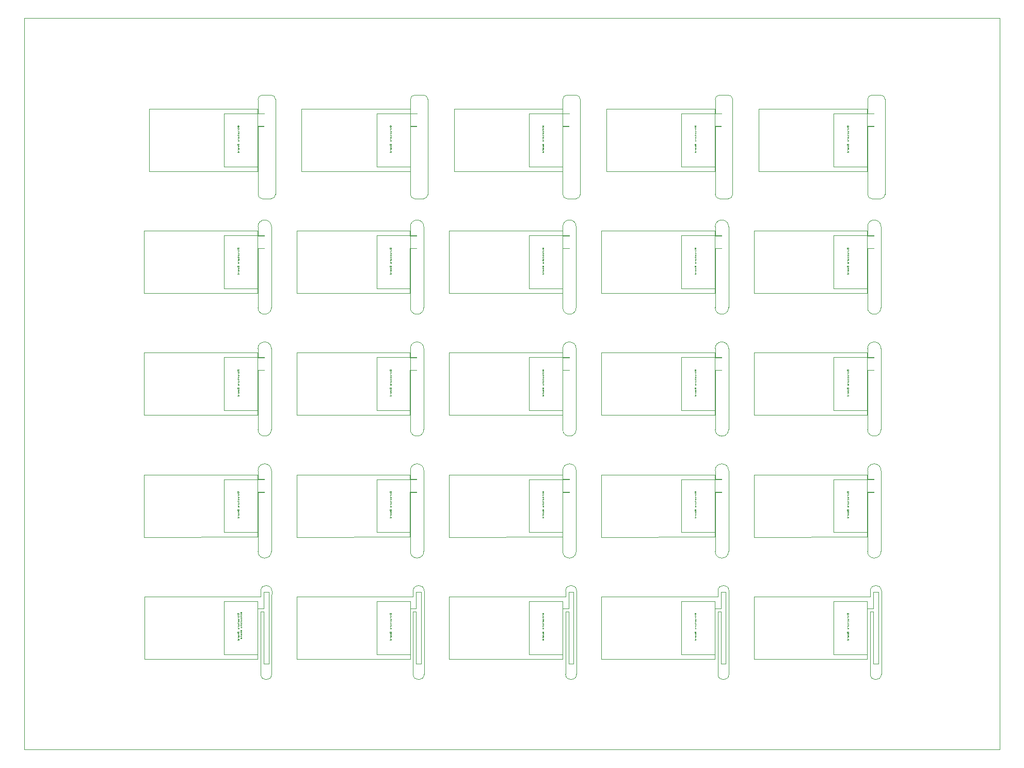
<source format=gbr>
G04 EasyPC Gerber Version 20.0.2 Build 4112 *
G04 #@! TF.Part,Single*
%FSLAX35Y35*%
%MOIN*%
%ADD11C,0.00004*%
%ADD10C,0.00039*%
%ADD14C,0.00079*%
%ADD12C,0.00157*%
X0Y0D02*
D02*
D10*
X150690Y95892D02*
Y61640D01*
X129037*
Y95892*
X150690*
Y174632D02*
Y140380D01*
X129037*
Y174632*
X150690*
Y253372D02*
Y219120D01*
X129037*
Y253372*
X150690*
Y332112D02*
Y297860D01*
X129037*
Y332112*
X150690*
Y410852D02*
Y376600D01*
X129037*
Y410852*
X150690*
X249115Y95892D02*
Y61640D01*
X227462*
Y95892*
X249115*
Y174632D02*
Y140380D01*
X227462*
Y174632*
X249115*
Y253372D02*
Y219120D01*
X227462*
Y253372*
X249115*
Y332112D02*
Y297860D01*
X227462*
Y332112*
X249115*
Y410852D02*
Y376600D01*
X227462*
Y410852*
X249115*
X347541Y95892D02*
Y61640D01*
X325887*
Y95892*
X347541*
Y174632D02*
Y140380D01*
X325887*
Y174632*
X347541*
Y253372D02*
Y219120D01*
X325887*
Y253372*
X347541*
Y332112D02*
Y297860D01*
X325887*
Y332112*
X347541*
Y410852D02*
Y376600D01*
X325887*
Y410852*
X347541*
X445966Y95892D02*
Y61640D01*
X424312*
Y95892*
X445966*
Y174632D02*
Y140380D01*
X424312*
Y174632*
X445966*
Y253372D02*
Y219120D01*
X424312*
Y253372*
X445966*
Y332112D02*
Y297860D01*
X424312*
Y332112*
X445966*
Y410852D02*
Y376600D01*
X424312*
Y410852*
X445966*
X544391Y95892D02*
Y61640D01*
X522737*
Y95892*
X544391*
Y174632D02*
Y140380D01*
X522737*
Y174632*
X544391*
Y253372D02*
Y219120D01*
X522737*
Y253372*
X544391*
Y332112D02*
Y297860D01*
X522737*
Y332112*
X544391*
Y410852D02*
Y376600D01*
X522737*
Y410852*
X544391*
D02*
D11*
X77413Y137346D02*
Y177665D01*
X147432Y177673*
X150637Y177665*
Y174520*
X154972*
Y174720*
X150838*
Y180287*
G75*
G02X159503I4333*
G01*
Y128102*
G75*
G02X150838I-4333*
G01*
Y166299*
X154972*
Y166500*
X150637*
Y137362*
X77413Y137346*
Y216087D02*
Y256406D01*
X147432Y256413*
X150637Y256406*
Y253260*
X154972*
Y253461*
X150838*
Y259028*
G75*
G02X159503I4333*
G01*
Y206843*
G75*
G02X150838I-4333*
G01*
Y245039*
X154972*
Y245240*
X150637*
Y216102*
X77413Y216087*
Y294827D02*
Y335146D01*
X147432Y335154*
X150637Y335146*
Y332000*
X154972*
Y332201*
X150838*
Y337768*
G75*
G02X159503I4333*
G01*
Y285583*
G75*
G02X150838I-4333*
G01*
Y323780*
X154972*
Y323980*
X150637*
Y294843*
X77413Y294827*
X77436Y58622D02*
X150669D01*
Y91335*
X154613*
Y101925*
X157755*
Y55622*
X154613*
Y89331*
X152641*
Y48764*
G75*
G03X159724I3541*
G01*
Y97815*
X159771Y102543*
G75*
G03X152641I-3565*
G01*
Y98961*
X77417*
X77436Y98941*
Y58622*
X80602Y373583D02*
Y413898D01*
X150684Y413925*
Y410772*
X155019*
Y410972*
X150881*
Y419996*
G75*
G02X153669Y422783I2787*
G01*
X159363*
G75*
G02X162106Y420041J-2743*
G01*
Y358581*
G75*
G02X159374Y355850I-2731*
G01*
X153654*
G75*
G02X150881Y358623J2773*
G01*
Y402551*
X154731*
Y402752*
X150684*
Y373614*
X80602Y373583*
X175838Y137346D02*
Y177665D01*
X245857Y177673*
X249062Y177665*
Y174520*
X253397*
Y174720*
X249263*
Y180287*
G75*
G02X257928I4333*
G01*
Y128102*
G75*
G02X249263I-4333*
G01*
Y166299*
X253397*
Y166500*
X249062*
Y137362*
X175838Y137346*
Y216087D02*
Y256406D01*
X245857Y256413*
X249062Y256406*
Y253260*
X253397*
Y253461*
X249263*
Y259028*
G75*
G02X257928I4333*
G01*
Y206843*
G75*
G02X249263I-4333*
G01*
Y245039*
X253397*
Y245240*
X249062*
Y216102*
X175838Y216087*
Y294827D02*
Y335146D01*
X245857Y335154*
X249062Y335146*
Y332000*
X253397*
Y332201*
X249263*
Y337768*
G75*
G02X257928I4333*
G01*
Y285583*
G75*
G02X249263I-4333*
G01*
Y323780*
X253397*
Y323980*
X249062*
Y294843*
X175838Y294827*
X175861Y58622D02*
X249094D01*
Y91335*
X253039*
Y101925*
X256180*
Y55622*
X253039*
Y89331*
X251066*
Y48764*
G75*
G03X258149I3541*
G01*
Y97815*
X258196Y102543*
G75*
G03X251066I-3565*
G01*
Y98961*
X175842*
X175861Y98941*
Y58622*
X179027Y373583D02*
Y413898D01*
X249109Y413925*
Y410772*
X253444*
Y410972*
X249306*
Y419996*
G75*
G02X252094Y422783I2787*
G01*
X257788*
G75*
G02X260531Y420041J-2743*
G01*
Y358581*
G75*
G02X257800Y355850I-2731*
G01*
X252079*
G75*
G02X249306Y358623J2773*
G01*
Y402551*
X253157*
Y402752*
X249109*
Y373614*
X179027Y373583*
X274263Y137346D02*
Y177665D01*
X344283Y177673*
X347487Y177665*
Y174520*
X351822*
Y174720*
X347688*
Y180287*
G75*
G02X356354I4333*
G01*
Y128102*
G75*
G02X347688I-4333*
G01*
Y166299*
X351822*
Y166500*
X347487*
Y137362*
X274263Y137346*
Y216087D02*
Y256406D01*
X344283Y256413*
X347487Y256406*
Y253260*
X351822*
Y253461*
X347688*
Y259028*
G75*
G02X356354I4333*
G01*
Y206843*
G75*
G02X347688I-4333*
G01*
Y245039*
X351822*
Y245240*
X347487*
Y216102*
X274263Y216087*
Y294827D02*
Y335146D01*
X344283Y335154*
X347487Y335146*
Y332000*
X351822*
Y332201*
X347688*
Y337768*
G75*
G02X356354I4333*
G01*
Y285583*
G75*
G02X347688I-4333*
G01*
Y323780*
X351822*
Y323980*
X347487*
Y294843*
X274263Y294827*
X274287Y58622D02*
X347519D01*
Y91335*
X351464*
Y101925*
X354606*
Y55622*
X351464*
Y89331*
X349491*
Y48764*
G75*
G03X356574I3541*
G01*
Y97815*
X356621Y102543*
G75*
G03X349491I-3565*
G01*
Y98961*
X274267*
X274287Y98941*
Y58622*
X277452Y373583D02*
Y413898D01*
X347535Y413925*
Y410772*
X351869*
Y410972*
X347731*
Y419996*
G75*
G02X350519Y422783I2787*
G01*
X356213*
G75*
G02X358956Y420041J-2743*
G01*
Y358581*
G75*
G02X356225Y355850I-2731*
G01*
X350504*
G75*
G02X347731Y358623J2773*
G01*
Y402551*
X351582*
Y402752*
X347535*
Y373614*
X277452Y373583*
X372688Y137346D02*
Y177665D01*
X442708Y177673*
X445913Y177665*
Y174520*
X450247*
Y174720*
X446113*
Y180287*
G75*
G02X454779I4333*
G01*
Y128102*
G75*
G02X446113I-4333*
G01*
Y166299*
X450247*
Y166500*
X445913*
Y137362*
X372688Y137346*
Y216087D02*
Y256406D01*
X442708Y256413*
X445913Y256406*
Y253260*
X450247*
Y253461*
X446113*
Y259028*
G75*
G02X454779I4333*
G01*
Y206843*
G75*
G02X446113I-4333*
G01*
Y245039*
X450247*
Y245240*
X445913*
Y216102*
X372688Y216087*
Y294827D02*
Y335146D01*
X442708Y335154*
X445913Y335146*
Y332000*
X450247*
Y332201*
X446113*
Y337768*
G75*
G02X454779I4333*
G01*
Y285583*
G75*
G02X446113I-4333*
G01*
Y323780*
X450247*
Y323980*
X445913*
Y294843*
X372688Y294827*
X372712Y58622D02*
X445944D01*
Y91335*
X449889*
Y101925*
X453031*
Y55622*
X449889*
Y89331*
X447917*
Y48764*
G75*
G03X454999I3541*
G01*
Y97815*
X455046Y102543*
G75*
G03X447917I-3565*
G01*
Y98961*
X372692*
X372712Y98941*
Y58622*
X375877Y373583D02*
Y413898D01*
X445960Y413925*
Y410772*
X450294*
Y410972*
X446157*
Y419996*
G75*
G02X448944Y422783I2787*
G01*
X454638*
G75*
G02X457381Y420041J-2743*
G01*
Y358581*
G75*
G02X454650Y355850I-2731*
G01*
X448930*
G75*
G02X446157Y358623J2773*
G01*
Y402551*
X450007*
Y402752*
X445960*
Y373614*
X375877Y373583*
X471113Y137346D02*
Y177665D01*
X541133Y177673*
X544338Y177665*
Y174520*
X548672*
Y174720*
X544539*
Y180287*
G75*
G02X553204I4333*
G01*
Y128102*
G75*
G02X544539I-4333*
G01*
Y166299*
X548672*
Y166500*
X544338*
Y137362*
X471113Y137346*
Y216087D02*
Y256406D01*
X541133Y256413*
X544338Y256406*
Y253260*
X548672*
Y253461*
X544539*
Y259028*
G75*
G02X553204I4333*
G01*
Y206843*
G75*
G02X544539I-4333*
G01*
Y245039*
X548672*
Y245240*
X544338*
Y216102*
X471113Y216087*
Y294827D02*
Y335146D01*
X541133Y335154*
X544338Y335146*
Y332000*
X548672*
Y332201*
X544539*
Y337768*
G75*
G02X553204I4333*
G01*
Y285583*
G75*
G02X544539I-4333*
G01*
Y323780*
X548672*
Y323980*
X544338*
Y294843*
X471113Y294827*
X471137Y58622D02*
X544369D01*
Y91335*
X548314*
Y101925*
X551456*
Y55622*
X548314*
Y89331*
X546342*
Y48764*
G75*
G03X553424I3541*
G01*
Y97815*
X553472Y102543*
G75*
G03X546342I-3565*
G01*
Y98961*
X471117*
X471137Y98941*
Y58622*
X474302Y373583D02*
Y413898D01*
X544385Y413925*
Y410772*
X548720*
Y410972*
X544582*
Y419996*
G75*
G02X547369Y422783I2787*
G01*
X553063*
G75*
G02X555806Y420041J-2743*
G01*
Y358581*
G75*
G02X553075Y355850I-2731*
G01*
X547355*
G75*
G02X544582Y358623J2773*
G01*
Y402551*
X548432*
Y402752*
X544385*
Y373614*
X474302Y373583*
D02*
D12*
X138237Y88110D02*
X138385Y88036D01*
X138459Y87889*
Y87593*
X138385Y87446*
X138237Y87372*
X138090Y87446*
X138016Y87593*
Y87889*
X137942Y88036*
X137794Y88110*
X137647Y88036*
X137573Y87889*
Y87593*
X137647Y87446*
X137794Y87372*
X137868Y86781D02*
Y86486D01*
X137720Y86634D02*
X138385D01*
X138459Y86560*
Y86486*
X138385Y86412*
X138459Y85748D02*
X137868D01*
X138090D02*
X137942Y85674D01*
X137868Y85526*
Y85379*
X137942Y85231*
X137868Y84567D02*
X138237D01*
X138385Y84493*
X138459Y84345*
Y84198*
X138385Y84050*
X138237Y83976*
X137868D02*
X138459D01*
X137942Y82795D02*
X137868Y82943D01*
Y83164*
X137942Y83312*
X138090Y83386*
X138237*
X138385Y83312*
X138459Y83164*
Y82943*
X138385Y82795*
X137868Y82057D02*
Y81762D01*
X137720Y81909D02*
X138385D01*
X138459Y81835*
Y81762*
X138385Y81688*
X137868Y81024D02*
X138237D01*
X138385Y80950*
X138459Y80802*
Y80654*
X138385Y80507*
X138237Y80433*
X137868D02*
X138459D01*
Y79843D02*
X137868D01*
X138090D02*
X137942Y79769D01*
X137868Y79621*
Y79473*
X137942Y79326*
X138385Y78071D02*
X138459Y78144D01*
Y78292*
Y78440*
X138385Y78587*
X138237Y78661*
X138016*
X137942Y78587*
X137868Y78440*
Y78292*
X137942Y78144*
X138016Y78071*
X138090*
X138163Y78144*
X138237Y78292*
Y78440*
X138163Y78587*
X138090Y78661*
X138016Y75782D02*
X138090Y75635D01*
X138237Y75561*
X138385Y75635*
X138459Y75782*
Y76299*
X137573*
Y75782*
X137647Y75635*
X137794Y75561*
X137942Y75635*
X138016Y75782*
Y76299*
X138237Y75118D02*
X138385Y75044D01*
X138459Y74896*
Y74749*
X138385Y74601*
X138237Y74528*
X138090*
X137942Y74601*
X137868Y74749*
Y74896*
X137942Y75044*
X138090Y75118*
X138237*
X137942Y73937D02*
X137868Y73789D01*
Y73568*
X137942Y73420*
X138090Y73346*
X138311*
X138385Y73420*
X138459Y73568*
Y73715*
X138385Y73863*
X138311Y73937*
X138237*
X138163Y73863*
X138090Y73715*
Y73568*
X138163Y73420*
X138237Y73346*
X138311D02*
X138459D01*
Y72756D02*
X137868D01*
X138090D02*
X137942Y72682D01*
X137868Y72534*
Y72387*
X137942Y72239*
X138090Y70984D02*
X137942Y71058D01*
X137868Y71206*
Y71353*
X137942Y71501*
X138090Y71575*
X138237*
X138385Y71501*
X138459Y71353*
Y71206*
X138385Y71058*
X138237Y70984*
X138459D02*
X137573D01*
X138237Y166850D02*
X138385Y166776D01*
X138459Y166629*
Y166333*
X138385Y166186*
X138237Y166112*
X138090Y166186*
X138016Y166333*
Y166629*
X137942Y166776*
X137794Y166850*
X137647Y166776*
X137573Y166629*
Y166333*
X137647Y166186*
X137794Y166112*
X137868Y165522D02*
Y165226D01*
X137720Y165374D02*
X138385D01*
X138459Y165300*
Y165226*
X138385Y165152*
X138459Y164488D02*
X137868D01*
X138090D02*
X137942Y164414D01*
X137868Y164267*
Y164119*
X137942Y163971*
X137868Y163307D02*
X138237D01*
X138385Y163233*
X138459Y163085*
Y162938*
X138385Y162790*
X138237Y162717*
X137868D02*
X138459D01*
X137942Y161535D02*
X137868Y161683D01*
Y161904*
X137942Y162052*
X138090Y162126*
X138237*
X138385Y162052*
X138459Y161904*
Y161683*
X138385Y161535*
X137868Y160797D02*
Y160502D01*
X137720Y160650D02*
X138385D01*
X138459Y160576*
Y160502*
X138385Y160428*
X137868Y159764D02*
X138237D01*
X138385Y159690*
X138459Y159542*
Y159394*
X138385Y159247*
X138237Y159173*
X137868D02*
X138459D01*
Y158583D02*
X137868D01*
X138090D02*
X137942Y158509D01*
X137868Y158361*
Y158213*
X137942Y158066*
X138385Y156811D02*
X138459Y156885D01*
Y157032*
Y157180*
X138385Y157328*
X138237Y157402*
X138016*
X137942Y157328*
X137868Y157180*
Y157032*
X137942Y156885*
X138016Y156811*
X138090*
X138163Y156885*
X138237Y157032*
Y157180*
X138163Y157328*
X138090Y157402*
X138016Y154522D02*
X138090Y154375D01*
X138237Y154301*
X138385Y154375*
X138459Y154522*
Y155039*
X137573*
Y154522*
X137647Y154375*
X137794Y154301*
X137942Y154375*
X138016Y154522*
Y155039*
X138237Y153858D02*
X138385Y153784D01*
X138459Y153637*
Y153489*
X138385Y153341*
X138237Y153268*
X138090*
X137942Y153341*
X137868Y153489*
Y153637*
X137942Y153784*
X138090Y153858*
X138237*
X137942Y152677D02*
X137868Y152530D01*
Y152308*
X137942Y152160*
X138090Y152087*
X138311*
X138385Y152160*
X138459Y152308*
Y152456*
X138385Y152603*
X138311Y152677*
X138237*
X138163Y152603*
X138090Y152456*
Y152308*
X138163Y152160*
X138237Y152087*
X138311D02*
X138459D01*
Y151496D02*
X137868D01*
X138090D02*
X137942Y151422D01*
X137868Y151274*
Y151127*
X137942Y150979*
X138090Y149724D02*
X137942Y149798D01*
X137868Y149946*
Y150093*
X137942Y150241*
X138090Y150315*
X138237*
X138385Y150241*
X138459Y150093*
Y149946*
X138385Y149798*
X138237Y149724*
X138459D02*
X137573D01*
X138237Y245591D02*
X138385Y245517D01*
X138459Y245369*
Y245074*
X138385Y244926*
X138237Y244852*
X138090Y244926*
X138016Y245074*
Y245369*
X137942Y245517*
X137794Y245591*
X137647Y245517*
X137573Y245369*
Y245074*
X137647Y244926*
X137794Y244852*
X137868Y244262D02*
Y243967D01*
X137720Y244114D02*
X138385D01*
X138459Y244040*
Y243967*
X138385Y243893*
X138459Y243228D02*
X137868D01*
X138090D02*
X137942Y243154D01*
X137868Y243007*
Y242859*
X137942Y242711*
X137868Y242047D02*
X138237D01*
X138385Y241973*
X138459Y241826*
Y241678*
X138385Y241530*
X138237Y241457*
X137868D02*
X138459D01*
X137942Y240276D02*
X137868Y240423D01*
Y240644*
X137942Y240792*
X138090Y240866*
X138237*
X138385Y240792*
X138459Y240644*
Y240423*
X138385Y240276*
X137868Y239537D02*
Y239242D01*
X137720Y239390D02*
X138385D01*
X138459Y239316*
Y239242*
X138385Y239168*
X137868Y238504D02*
X138237D01*
X138385Y238430*
X138459Y238282*
Y238135*
X138385Y237987*
X138237Y237913*
X137868D02*
X138459D01*
Y237323D02*
X137868D01*
X138090D02*
X137942Y237249D01*
X137868Y237101*
Y236954*
X137942Y236806*
X138385Y235551D02*
X138459Y235625D01*
Y235772*
Y235920*
X138385Y236068*
X138237Y236142*
X138016*
X137942Y236068*
X137868Y235920*
Y235772*
X137942Y235625*
X138016Y235551*
X138090*
X138163Y235625*
X138237Y235772*
Y235920*
X138163Y236068*
X138090Y236142*
X138016Y233263D02*
X138090Y233115D01*
X138237Y233041*
X138385Y233115*
X138459Y233263*
Y233780*
X137573*
Y233263*
X137647Y233115*
X137794Y233041*
X137942Y233115*
X138016Y233263*
Y233780*
X138237Y232598D02*
X138385Y232524D01*
X138459Y232377*
Y232229*
X138385Y232081*
X138237Y232008*
X138090*
X137942Y232081*
X137868Y232229*
Y232377*
X137942Y232524*
X138090Y232598*
X138237*
X137942Y231417D02*
X137868Y231270D01*
Y231048*
X137942Y230900*
X138090Y230827*
X138311*
X138385Y230900*
X138459Y231048*
Y231196*
X138385Y231343*
X138311Y231417*
X138237*
X138163Y231343*
X138090Y231196*
Y231048*
X138163Y230900*
X138237Y230827*
X138311D02*
X138459D01*
Y230236D02*
X137868D01*
X138090D02*
X137942Y230162D01*
X137868Y230015*
Y229867*
X137942Y229719*
X138090Y228465D02*
X137942Y228538D01*
X137868Y228686*
Y228833*
X137942Y228981*
X138090Y229055*
X138237*
X138385Y228981*
X138459Y228833*
Y228686*
X138385Y228538*
X138237Y228465*
X138459D02*
X137573D01*
X138237Y324331D02*
X138385Y324257D01*
X138459Y324109*
Y323814*
X138385Y323666*
X138237Y323593*
X138090Y323666*
X138016Y323814*
Y324109*
X137942Y324257*
X137794Y324331*
X137647Y324257*
X137573Y324109*
Y323814*
X137647Y323666*
X137794Y323593*
X137868Y323002D02*
Y322707D01*
X137720Y322854D02*
X138385D01*
X138459Y322780*
Y322707*
X138385Y322633*
X138459Y321969D02*
X137868D01*
X138090D02*
X137942Y321894D01*
X137868Y321747*
Y321599*
X137942Y321452*
X137868Y320787D02*
X138237D01*
X138385Y320713*
X138459Y320566*
Y320418*
X138385Y320270*
X138237Y320197*
X137868D02*
X138459D01*
X137942Y319016D02*
X137868Y319163D01*
Y319385*
X137942Y319532*
X138090Y319606*
X138237*
X138385Y319532*
X138459Y319385*
Y319163*
X138385Y319016*
X137868Y318278D02*
Y317982D01*
X137720Y318130D02*
X138385D01*
X138459Y318056*
Y317982*
X138385Y317908*
X137868Y317244D02*
X138237D01*
X138385Y317170*
X138459Y317022*
Y316875*
X138385Y316727*
X138237Y316654*
X137868D02*
X138459D01*
Y316063D02*
X137868D01*
X138090D02*
X137942Y315989D01*
X137868Y315841*
Y315694*
X137942Y315546*
X138385Y314291D02*
X138459Y314365D01*
Y314513*
Y314660*
X138385Y314808*
X138237Y314882*
X138016*
X137942Y314808*
X137868Y314660*
Y314513*
X137942Y314365*
X138016Y314291*
X138090*
X138163Y314365*
X138237Y314513*
Y314660*
X138163Y314808*
X138090Y314882*
X138016Y312003D02*
X138090Y311855D01*
X138237Y311781*
X138385Y311855*
X138459Y312003*
Y312520*
X137573*
Y312003*
X137647Y311855*
X137794Y311781*
X137942Y311855*
X138016Y312003*
Y312520*
X138237Y311339D02*
X138385Y311265D01*
X138459Y311117*
Y310969*
X138385Y310822*
X138237Y310748*
X138090*
X137942Y310822*
X137868Y310969*
Y311117*
X137942Y311265*
X138090Y311339*
X138237*
X137942Y310157D02*
X137868Y310010D01*
Y309788*
X137942Y309641*
X138090Y309567*
X138311*
X138385Y309641*
X138459Y309788*
Y309936*
X138385Y310083*
X138311Y310157*
X138237*
X138163Y310083*
X138090Y309936*
Y309788*
X138163Y309641*
X138237Y309567*
X138311D02*
X138459D01*
Y308976D02*
X137868D01*
X138090D02*
X137942Y308902D01*
X137868Y308755*
Y308607*
X137942Y308459*
X138090Y307205D02*
X137942Y307278D01*
X137868Y307426*
Y307574*
X137942Y307721*
X138090Y307795*
X138237*
X138385Y307721*
X138459Y307574*
Y307426*
X138385Y307278*
X138237Y307205*
X138459D02*
X137573D01*
X138237Y403071D02*
X138385Y402997D01*
X138459Y402849*
Y402554*
X138385Y402406*
X138237Y402333*
X138090Y402406*
X138016Y402554*
Y402849*
X137942Y402997*
X137794Y403071*
X137647Y402997*
X137573Y402849*
Y402554*
X137647Y402406*
X137794Y402333*
X137868Y401742D02*
Y401447D01*
X137720Y401594D02*
X138385D01*
X138459Y401520*
Y401447*
X138385Y401373*
X138459Y400709D02*
X137868D01*
X138090D02*
X137942Y400635D01*
X137868Y400487*
Y400339*
X137942Y400192*
X137868Y399528D02*
X138237D01*
X138385Y399454*
X138459Y399306*
Y399158*
X138385Y399011*
X138237Y398937*
X137868D02*
X138459D01*
X137942Y397756D02*
X137868Y397904D01*
Y398125*
X137942Y398272*
X138090Y398346*
X138237*
X138385Y398272*
X138459Y398125*
Y397904*
X138385Y397756*
X137868Y397018D02*
Y396722D01*
X137720Y396870D02*
X138385D01*
X138459Y396796*
Y396722*
X138385Y396648*
X137868Y395984D02*
X138237D01*
X138385Y395910*
X138459Y395763*
Y395615*
X138385Y395467*
X138237Y395394*
X137868D02*
X138459D01*
Y394803D02*
X137868D01*
X138090D02*
X137942Y394729D01*
X137868Y394581*
Y394434*
X137942Y394286*
X138385Y393031D02*
X138459Y393105D01*
Y393253*
Y393400*
X138385Y393548*
X138237Y393622*
X138016*
X137942Y393548*
X137868Y393400*
Y393253*
X137942Y393105*
X138016Y393031*
X138090*
X138163Y393105*
X138237Y393253*
Y393400*
X138163Y393548*
X138090Y393622*
X138016Y390743D02*
X138090Y390595D01*
X138237Y390522*
X138385Y390595*
X138459Y390743*
Y391260*
X137573*
Y390743*
X137647Y390595*
X137794Y390522*
X137942Y390595*
X138016Y390743*
Y391260*
X138237Y390079D02*
X138385Y390005D01*
X138459Y389857*
Y389709*
X138385Y389562*
X138237Y389488*
X138090*
X137942Y389562*
X137868Y389709*
Y389857*
X137942Y390005*
X138090Y390079*
X138237*
X137942Y388898D02*
X137868Y388750D01*
Y388528*
X137942Y388381*
X138090Y388307*
X138311*
X138385Y388381*
X138459Y388528*
Y388676*
X138385Y388824*
X138311Y388898*
X138237*
X138163Y388824*
X138090Y388676*
Y388528*
X138163Y388381*
X138237Y388307*
X138311D02*
X138459D01*
Y387717D02*
X137868D01*
X138090D02*
X137942Y387643D01*
X137868Y387495*
Y387347*
X137942Y387200*
X138090Y385945D02*
X137942Y386019D01*
X137868Y386166*
Y386314*
X137942Y386461*
X138090Y386535*
X138237*
X138385Y386461*
X138459Y386314*
Y386166*
X138385Y386019*
X138237Y385945*
X138459D02*
X137573D01*
X140112Y88937D02*
X140260Y88863D01*
X140333Y88715*
Y88420*
X140260Y88272*
X140112Y88199*
X139965Y88272*
X139891Y88420*
Y88715*
X139817Y88863*
X139669Y88937*
X139522Y88863*
X139448Y88715*
Y88420*
X139522Y88272*
X139669Y88199*
X139743Y87608D02*
Y87313D01*
X139595Y87461D02*
X140260D01*
X140333Y87387*
Y87313*
X140260Y87239*
X140333Y86575D02*
X139743D01*
X139965D02*
X139817Y86501D01*
X139743Y86353*
Y86206*
X139817Y86058*
X139743Y85394D02*
X140112D01*
X140260Y85320*
X140333Y85172*
Y85024*
X140260Y84877*
X140112Y84803*
X139743D02*
X140333D01*
X139817Y83622D02*
X139743Y83770D01*
Y83991*
X139817Y84139*
X139965Y84213*
X140112*
X140260Y84139*
X140333Y83991*
Y83770*
X140260Y83622*
X139743Y82884D02*
Y82589D01*
X139595Y82736D02*
X140260D01*
X140333Y82662*
Y82589*
X140260Y82515*
X139743Y81850D02*
X140112D01*
X140260Y81776*
X140333Y81629*
Y81481*
X140260Y81333*
X140112Y81260*
X139743D02*
X140333D01*
Y80669D02*
X139743D01*
X139965D02*
X139817Y80595D01*
X139743Y80448*
Y80300*
X139817Y80152*
X140260Y78898D02*
X140333Y78971D01*
Y79119*
Y79267*
X140260Y79414*
X140112Y79488*
X139891*
X139817Y79414*
X139743Y79267*
Y79119*
X139817Y78971*
X139891Y78898*
X139965*
X140038Y78971*
X140112Y79119*
Y79267*
X140038Y79414*
X139965Y79488*
X139891Y76609D02*
X139965Y76461D01*
X140112Y76388*
X140260Y76461*
X140333Y76609*
Y77126*
X139448*
Y76609*
X139522Y76461*
X139669Y76388*
X139817Y76461*
X139891Y76609*
Y77126*
X140112Y75945D02*
X140260Y75871D01*
X140333Y75723*
Y75576*
X140260Y75428*
X140112Y75354*
X139965*
X139817Y75428*
X139743Y75576*
Y75723*
X139817Y75871*
X139965Y75945*
X140112*
X139817Y74764D02*
X139743Y74616D01*
Y74394*
X139817Y74247*
X139965Y74173*
X140186*
X140260Y74247*
X140333Y74394*
Y74542*
X140260Y74690*
X140186Y74764*
X140112*
X140038Y74690*
X139965Y74542*
Y74394*
X140038Y74247*
X140112Y74173*
X140186D02*
X140333D01*
Y73583D02*
X139743D01*
X139965D02*
X139817Y73509D01*
X139743Y73361*
Y73213*
X139817Y73066*
X139965Y71811D02*
X139817Y71885D01*
X139743Y72032*
Y72180*
X139817Y72328*
X139965Y72402*
X140112*
X140260Y72328*
X140333Y72180*
Y72032*
X140260Y71885*
X140112Y71811*
X140333D02*
X139448D01*
X236663Y88110D02*
X236810Y88036D01*
X236884Y87889*
Y87593*
X236810Y87446*
X236663Y87372*
X236515Y87446*
X236441Y87593*
Y87889*
X236367Y88036*
X236220Y88110*
X236072Y88036*
X235998Y87889*
Y87593*
X236072Y87446*
X236220Y87372*
X236293Y86781D02*
Y86486D01*
X236146Y86634D02*
X236810D01*
X236884Y86560*
Y86486*
X236810Y86412*
X236884Y85748D02*
X236293D01*
X236515D02*
X236367Y85674D01*
X236293Y85526*
Y85379*
X236367Y85231*
X236293Y84567D02*
X236663D01*
X236810Y84493*
X236884Y84345*
Y84198*
X236810Y84050*
X236663Y83976*
X236293D02*
X236884D01*
X236367Y82795D02*
X236293Y82943D01*
Y83164*
X236367Y83312*
X236515Y83386*
X236663*
X236810Y83312*
X236884Y83164*
Y82943*
X236810Y82795*
X236293Y82057D02*
Y81762D01*
X236146Y81909D02*
X236810D01*
X236884Y81835*
Y81762*
X236810Y81688*
X236293Y81024D02*
X236663D01*
X236810Y80950*
X236884Y80802*
Y80654*
X236810Y80507*
X236663Y80433*
X236293D02*
X236884D01*
Y79843D02*
X236293D01*
X236515D02*
X236367Y79769D01*
X236293Y79621*
Y79473*
X236367Y79326*
X236810Y78071D02*
X236884Y78144D01*
Y78292*
Y78440*
X236810Y78587*
X236663Y78661*
X236441*
X236367Y78587*
X236293Y78440*
Y78292*
X236367Y78144*
X236441Y78071*
X236515*
X236589Y78144*
X236663Y78292*
Y78440*
X236589Y78587*
X236515Y78661*
X236441Y75782D02*
X236515Y75635D01*
X236663Y75561*
X236810Y75635*
X236884Y75782*
Y76299*
X235998*
Y75782*
X236072Y75635*
X236220Y75561*
X236367Y75635*
X236441Y75782*
Y76299*
X236663Y75118D02*
X236810Y75044D01*
X236884Y74896*
Y74749*
X236810Y74601*
X236663Y74528*
X236515*
X236367Y74601*
X236293Y74749*
Y74896*
X236367Y75044*
X236515Y75118*
X236663*
X236367Y73937D02*
X236293Y73789D01*
Y73568*
X236367Y73420*
X236515Y73346*
X236736*
X236810Y73420*
X236884Y73568*
Y73715*
X236810Y73863*
X236736Y73937*
X236663*
X236589Y73863*
X236515Y73715*
Y73568*
X236589Y73420*
X236663Y73346*
X236736D02*
X236884D01*
Y72756D02*
X236293D01*
X236515D02*
X236367Y72682D01*
X236293Y72534*
Y72387*
X236367Y72239*
X236515Y70984D02*
X236367Y71058D01*
X236293Y71206*
Y71353*
X236367Y71501*
X236515Y71575*
X236663*
X236810Y71501*
X236884Y71353*
Y71206*
X236810Y71058*
X236663Y70984*
X236884D02*
X235998D01*
X236663Y166850D02*
X236810Y166776D01*
X236884Y166629*
Y166333*
X236810Y166186*
X236663Y166112*
X236515Y166186*
X236441Y166333*
Y166629*
X236367Y166776*
X236220Y166850*
X236072Y166776*
X235998Y166629*
Y166333*
X236072Y166186*
X236220Y166112*
X236293Y165522D02*
Y165226D01*
X236146Y165374D02*
X236810D01*
X236884Y165300*
Y165226*
X236810Y165152*
X236884Y164488D02*
X236293D01*
X236515D02*
X236367Y164414D01*
X236293Y164267*
Y164119*
X236367Y163971*
X236293Y163307D02*
X236663D01*
X236810Y163233*
X236884Y163085*
Y162938*
X236810Y162790*
X236663Y162717*
X236293D02*
X236884D01*
X236367Y161535D02*
X236293Y161683D01*
Y161904*
X236367Y162052*
X236515Y162126*
X236663*
X236810Y162052*
X236884Y161904*
Y161683*
X236810Y161535*
X236293Y160797D02*
Y160502D01*
X236146Y160650D02*
X236810D01*
X236884Y160576*
Y160502*
X236810Y160428*
X236293Y159764D02*
X236663D01*
X236810Y159690*
X236884Y159542*
Y159394*
X236810Y159247*
X236663Y159173*
X236293D02*
X236884D01*
Y158583D02*
X236293D01*
X236515D02*
X236367Y158509D01*
X236293Y158361*
Y158213*
X236367Y158066*
X236810Y156811D02*
X236884Y156885D01*
Y157032*
Y157180*
X236810Y157328*
X236663Y157402*
X236441*
X236367Y157328*
X236293Y157180*
Y157032*
X236367Y156885*
X236441Y156811*
X236515*
X236589Y156885*
X236663Y157032*
Y157180*
X236589Y157328*
X236515Y157402*
X236441Y154522D02*
X236515Y154375D01*
X236663Y154301*
X236810Y154375*
X236884Y154522*
Y155039*
X235998*
Y154522*
X236072Y154375*
X236220Y154301*
X236367Y154375*
X236441Y154522*
Y155039*
X236663Y153858D02*
X236810Y153784D01*
X236884Y153637*
Y153489*
X236810Y153341*
X236663Y153268*
X236515*
X236367Y153341*
X236293Y153489*
Y153637*
X236367Y153784*
X236515Y153858*
X236663*
X236367Y152677D02*
X236293Y152530D01*
Y152308*
X236367Y152160*
X236515Y152087*
X236736*
X236810Y152160*
X236884Y152308*
Y152456*
X236810Y152603*
X236736Y152677*
X236663*
X236589Y152603*
X236515Y152456*
Y152308*
X236589Y152160*
X236663Y152087*
X236736D02*
X236884D01*
Y151496D02*
X236293D01*
X236515D02*
X236367Y151422D01*
X236293Y151274*
Y151127*
X236367Y150979*
X236515Y149724D02*
X236367Y149798D01*
X236293Y149946*
Y150093*
X236367Y150241*
X236515Y150315*
X236663*
X236810Y150241*
X236884Y150093*
Y149946*
X236810Y149798*
X236663Y149724*
X236884D02*
X235998D01*
X236663Y245591D02*
X236810Y245517D01*
X236884Y245369*
Y245074*
X236810Y244926*
X236663Y244852*
X236515Y244926*
X236441Y245074*
Y245369*
X236367Y245517*
X236220Y245591*
X236072Y245517*
X235998Y245369*
Y245074*
X236072Y244926*
X236220Y244852*
X236293Y244262D02*
Y243967D01*
X236146Y244114D02*
X236810D01*
X236884Y244040*
Y243967*
X236810Y243893*
X236884Y243228D02*
X236293D01*
X236515D02*
X236367Y243154D01*
X236293Y243007*
Y242859*
X236367Y242711*
X236293Y242047D02*
X236663D01*
X236810Y241973*
X236884Y241826*
Y241678*
X236810Y241530*
X236663Y241457*
X236293D02*
X236884D01*
X236367Y240276D02*
X236293Y240423D01*
Y240644*
X236367Y240792*
X236515Y240866*
X236663*
X236810Y240792*
X236884Y240644*
Y240423*
X236810Y240276*
X236293Y239537D02*
Y239242D01*
X236146Y239390D02*
X236810D01*
X236884Y239316*
Y239242*
X236810Y239168*
X236293Y238504D02*
X236663D01*
X236810Y238430*
X236884Y238282*
Y238135*
X236810Y237987*
X236663Y237913*
X236293D02*
X236884D01*
Y237323D02*
X236293D01*
X236515D02*
X236367Y237249D01*
X236293Y237101*
Y236954*
X236367Y236806*
X236810Y235551D02*
X236884Y235625D01*
Y235772*
Y235920*
X236810Y236068*
X236663Y236142*
X236441*
X236367Y236068*
X236293Y235920*
Y235772*
X236367Y235625*
X236441Y235551*
X236515*
X236589Y235625*
X236663Y235772*
Y235920*
X236589Y236068*
X236515Y236142*
X236441Y233263D02*
X236515Y233115D01*
X236663Y233041*
X236810Y233115*
X236884Y233263*
Y233780*
X235998*
Y233263*
X236072Y233115*
X236220Y233041*
X236367Y233115*
X236441Y233263*
Y233780*
X236663Y232598D02*
X236810Y232524D01*
X236884Y232377*
Y232229*
X236810Y232081*
X236663Y232008*
X236515*
X236367Y232081*
X236293Y232229*
Y232377*
X236367Y232524*
X236515Y232598*
X236663*
X236367Y231417D02*
X236293Y231270D01*
Y231048*
X236367Y230900*
X236515Y230827*
X236736*
X236810Y230900*
X236884Y231048*
Y231196*
X236810Y231343*
X236736Y231417*
X236663*
X236589Y231343*
X236515Y231196*
Y231048*
X236589Y230900*
X236663Y230827*
X236736D02*
X236884D01*
Y230236D02*
X236293D01*
X236515D02*
X236367Y230162D01*
X236293Y230015*
Y229867*
X236367Y229719*
X236515Y228465D02*
X236367Y228538D01*
X236293Y228686*
Y228833*
X236367Y228981*
X236515Y229055*
X236663*
X236810Y228981*
X236884Y228833*
Y228686*
X236810Y228538*
X236663Y228465*
X236884D02*
X235998D01*
X236663Y324331D02*
X236810Y324257D01*
X236884Y324109*
Y323814*
X236810Y323666*
X236663Y323593*
X236515Y323666*
X236441Y323814*
Y324109*
X236367Y324257*
X236220Y324331*
X236072Y324257*
X235998Y324109*
Y323814*
X236072Y323666*
X236220Y323593*
X236293Y323002D02*
Y322707D01*
X236146Y322854D02*
X236810D01*
X236884Y322780*
Y322707*
X236810Y322633*
X236884Y321969D02*
X236293D01*
X236515D02*
X236367Y321894D01*
X236293Y321747*
Y321599*
X236367Y321452*
X236293Y320787D02*
X236663D01*
X236810Y320713*
X236884Y320566*
Y320418*
X236810Y320270*
X236663Y320197*
X236293D02*
X236884D01*
X236367Y319016D02*
X236293Y319163D01*
Y319385*
X236367Y319532*
X236515Y319606*
X236663*
X236810Y319532*
X236884Y319385*
Y319163*
X236810Y319016*
X236293Y318278D02*
Y317982D01*
X236146Y318130D02*
X236810D01*
X236884Y318056*
Y317982*
X236810Y317908*
X236293Y317244D02*
X236663D01*
X236810Y317170*
X236884Y317022*
Y316875*
X236810Y316727*
X236663Y316654*
X236293D02*
X236884D01*
Y316063D02*
X236293D01*
X236515D02*
X236367Y315989D01*
X236293Y315841*
Y315694*
X236367Y315546*
X236810Y314291D02*
X236884Y314365D01*
Y314513*
Y314660*
X236810Y314808*
X236663Y314882*
X236441*
X236367Y314808*
X236293Y314660*
Y314513*
X236367Y314365*
X236441Y314291*
X236515*
X236589Y314365*
X236663Y314513*
Y314660*
X236589Y314808*
X236515Y314882*
X236441Y312003D02*
X236515Y311855D01*
X236663Y311781*
X236810Y311855*
X236884Y312003*
Y312520*
X235998*
Y312003*
X236072Y311855*
X236220Y311781*
X236367Y311855*
X236441Y312003*
Y312520*
X236663Y311339D02*
X236810Y311265D01*
X236884Y311117*
Y310969*
X236810Y310822*
X236663Y310748*
X236515*
X236367Y310822*
X236293Y310969*
Y311117*
X236367Y311265*
X236515Y311339*
X236663*
X236367Y310157D02*
X236293Y310010D01*
Y309788*
X236367Y309641*
X236515Y309567*
X236736*
X236810Y309641*
X236884Y309788*
Y309936*
X236810Y310083*
X236736Y310157*
X236663*
X236589Y310083*
X236515Y309936*
Y309788*
X236589Y309641*
X236663Y309567*
X236736D02*
X236884D01*
Y308976D02*
X236293D01*
X236515D02*
X236367Y308902D01*
X236293Y308755*
Y308607*
X236367Y308459*
X236515Y307205D02*
X236367Y307278D01*
X236293Y307426*
Y307574*
X236367Y307721*
X236515Y307795*
X236663*
X236810Y307721*
X236884Y307574*
Y307426*
X236810Y307278*
X236663Y307205*
X236884D02*
X235998D01*
X236663Y403071D02*
X236810Y402997D01*
X236884Y402849*
Y402554*
X236810Y402406*
X236663Y402333*
X236515Y402406*
X236441Y402554*
Y402849*
X236367Y402997*
X236220Y403071*
X236072Y402997*
X235998Y402849*
Y402554*
X236072Y402406*
X236220Y402333*
X236293Y401742D02*
Y401447D01*
X236146Y401594D02*
X236810D01*
X236884Y401520*
Y401447*
X236810Y401373*
X236884Y400709D02*
X236293D01*
X236515D02*
X236367Y400635D01*
X236293Y400487*
Y400339*
X236367Y400192*
X236293Y399528D02*
X236663D01*
X236810Y399454*
X236884Y399306*
Y399158*
X236810Y399011*
X236663Y398937*
X236293D02*
X236884D01*
X236367Y397756D02*
X236293Y397904D01*
Y398125*
X236367Y398272*
X236515Y398346*
X236663*
X236810Y398272*
X236884Y398125*
Y397904*
X236810Y397756*
X236293Y397018D02*
Y396722D01*
X236146Y396870D02*
X236810D01*
X236884Y396796*
Y396722*
X236810Y396648*
X236293Y395984D02*
X236663D01*
X236810Y395910*
X236884Y395763*
Y395615*
X236810Y395467*
X236663Y395394*
X236293D02*
X236884D01*
Y394803D02*
X236293D01*
X236515D02*
X236367Y394729D01*
X236293Y394581*
Y394434*
X236367Y394286*
X236810Y393031D02*
X236884Y393105D01*
Y393253*
Y393400*
X236810Y393548*
X236663Y393622*
X236441*
X236367Y393548*
X236293Y393400*
Y393253*
X236367Y393105*
X236441Y393031*
X236515*
X236589Y393105*
X236663Y393253*
Y393400*
X236589Y393548*
X236515Y393622*
X236441Y390743D02*
X236515Y390595D01*
X236663Y390522*
X236810Y390595*
X236884Y390743*
Y391260*
X235998*
Y390743*
X236072Y390595*
X236220Y390522*
X236367Y390595*
X236441Y390743*
Y391260*
X236663Y390079D02*
X236810Y390005D01*
X236884Y389857*
Y389709*
X236810Y389562*
X236663Y389488*
X236515*
X236367Y389562*
X236293Y389709*
Y389857*
X236367Y390005*
X236515Y390079*
X236663*
X236367Y388898D02*
X236293Y388750D01*
Y388528*
X236367Y388381*
X236515Y388307*
X236736*
X236810Y388381*
X236884Y388528*
Y388676*
X236810Y388824*
X236736Y388898*
X236663*
X236589Y388824*
X236515Y388676*
Y388528*
X236589Y388381*
X236663Y388307*
X236736D02*
X236884D01*
Y387717D02*
X236293D01*
X236515D02*
X236367Y387643D01*
X236293Y387495*
Y387347*
X236367Y387200*
X236515Y385945D02*
X236367Y386019D01*
X236293Y386166*
Y386314*
X236367Y386461*
X236515Y386535*
X236663*
X236810Y386461*
X236884Y386314*
Y386166*
X236810Y386019*
X236663Y385945*
X236884D02*
X235998D01*
X335088Y88110D02*
X335235Y88036D01*
X335309Y87889*
Y87593*
X335235Y87446*
X335088Y87372*
X334940Y87446*
X334866Y87593*
Y87889*
X334793Y88036*
X334645Y88110*
X334497Y88036*
X334423Y87889*
Y87593*
X334497Y87446*
X334645Y87372*
X334719Y86781D02*
Y86486D01*
X334571Y86634D02*
X335235D01*
X335309Y86560*
Y86486*
X335235Y86412*
X335309Y85748D02*
X334719D01*
X334940D02*
X334793Y85674D01*
X334719Y85526*
Y85379*
X334793Y85231*
X334719Y84567D02*
X335088D01*
X335235Y84493*
X335309Y84345*
Y84198*
X335235Y84050*
X335088Y83976*
X334719D02*
X335309D01*
X334793Y82795D02*
X334719Y82943D01*
Y83164*
X334793Y83312*
X334940Y83386*
X335088*
X335235Y83312*
X335309Y83164*
Y82943*
X335235Y82795*
X334719Y82057D02*
Y81762D01*
X334571Y81909D02*
X335235D01*
X335309Y81835*
Y81762*
X335235Y81688*
X334719Y81024D02*
X335088D01*
X335235Y80950*
X335309Y80802*
Y80654*
X335235Y80507*
X335088Y80433*
X334719D02*
X335309D01*
Y79843D02*
X334719D01*
X334940D02*
X334793Y79769D01*
X334719Y79621*
Y79473*
X334793Y79326*
X335235Y78071D02*
X335309Y78144D01*
Y78292*
Y78440*
X335235Y78587*
X335088Y78661*
X334866*
X334793Y78587*
X334719Y78440*
Y78292*
X334793Y78144*
X334866Y78071*
X334940*
X335014Y78144*
X335088Y78292*
Y78440*
X335014Y78587*
X334940Y78661*
X334866Y75782D02*
X334940Y75635D01*
X335088Y75561*
X335235Y75635*
X335309Y75782*
Y76299*
X334423*
Y75782*
X334497Y75635*
X334645Y75561*
X334793Y75635*
X334866Y75782*
Y76299*
X335088Y75118D02*
X335235Y75044D01*
X335309Y74896*
Y74749*
X335235Y74601*
X335088Y74528*
X334940*
X334793Y74601*
X334719Y74749*
Y74896*
X334793Y75044*
X334940Y75118*
X335088*
X334793Y73937D02*
X334719Y73789D01*
Y73568*
X334793Y73420*
X334940Y73346*
X335161*
X335235Y73420*
X335309Y73568*
Y73715*
X335235Y73863*
X335161Y73937*
X335088*
X335014Y73863*
X334940Y73715*
Y73568*
X335014Y73420*
X335088Y73346*
X335161D02*
X335309D01*
Y72756D02*
X334719D01*
X334940D02*
X334793Y72682D01*
X334719Y72534*
Y72387*
X334793Y72239*
X334940Y70984D02*
X334793Y71058D01*
X334719Y71206*
Y71353*
X334793Y71501*
X334940Y71575*
X335088*
X335235Y71501*
X335309Y71353*
Y71206*
X335235Y71058*
X335088Y70984*
X335309D02*
X334423D01*
X335088Y166850D02*
X335235Y166776D01*
X335309Y166629*
Y166333*
X335235Y166186*
X335088Y166112*
X334940Y166186*
X334866Y166333*
Y166629*
X334793Y166776*
X334645Y166850*
X334497Y166776*
X334423Y166629*
Y166333*
X334497Y166186*
X334645Y166112*
X334719Y165522D02*
Y165226D01*
X334571Y165374D02*
X335235D01*
X335309Y165300*
Y165226*
X335235Y165152*
X335309Y164488D02*
X334719D01*
X334940D02*
X334793Y164414D01*
X334719Y164267*
Y164119*
X334793Y163971*
X334719Y163307D02*
X335088D01*
X335235Y163233*
X335309Y163085*
Y162938*
X335235Y162790*
X335088Y162717*
X334719D02*
X335309D01*
X334793Y161535D02*
X334719Y161683D01*
Y161904*
X334793Y162052*
X334940Y162126*
X335088*
X335235Y162052*
X335309Y161904*
Y161683*
X335235Y161535*
X334719Y160797D02*
Y160502D01*
X334571Y160650D02*
X335235D01*
X335309Y160576*
Y160502*
X335235Y160428*
X334719Y159764D02*
X335088D01*
X335235Y159690*
X335309Y159542*
Y159394*
X335235Y159247*
X335088Y159173*
X334719D02*
X335309D01*
Y158583D02*
X334719D01*
X334940D02*
X334793Y158509D01*
X334719Y158361*
Y158213*
X334793Y158066*
X335235Y156811D02*
X335309Y156885D01*
Y157032*
Y157180*
X335235Y157328*
X335088Y157402*
X334866*
X334793Y157328*
X334719Y157180*
Y157032*
X334793Y156885*
X334866Y156811*
X334940*
X335014Y156885*
X335088Y157032*
Y157180*
X335014Y157328*
X334940Y157402*
X334866Y154522D02*
X334940Y154375D01*
X335088Y154301*
X335235Y154375*
X335309Y154522*
Y155039*
X334423*
Y154522*
X334497Y154375*
X334645Y154301*
X334793Y154375*
X334866Y154522*
Y155039*
X335088Y153858D02*
X335235Y153784D01*
X335309Y153637*
Y153489*
X335235Y153341*
X335088Y153268*
X334940*
X334793Y153341*
X334719Y153489*
Y153637*
X334793Y153784*
X334940Y153858*
X335088*
X334793Y152677D02*
X334719Y152530D01*
Y152308*
X334793Y152160*
X334940Y152087*
X335161*
X335235Y152160*
X335309Y152308*
Y152456*
X335235Y152603*
X335161Y152677*
X335088*
X335014Y152603*
X334940Y152456*
Y152308*
X335014Y152160*
X335088Y152087*
X335161D02*
X335309D01*
Y151496D02*
X334719D01*
X334940D02*
X334793Y151422D01*
X334719Y151274*
Y151127*
X334793Y150979*
X334940Y149724D02*
X334793Y149798D01*
X334719Y149946*
Y150093*
X334793Y150241*
X334940Y150315*
X335088*
X335235Y150241*
X335309Y150093*
Y149946*
X335235Y149798*
X335088Y149724*
X335309D02*
X334423D01*
X335088Y245591D02*
X335235Y245517D01*
X335309Y245369*
Y245074*
X335235Y244926*
X335088Y244852*
X334940Y244926*
X334866Y245074*
Y245369*
X334793Y245517*
X334645Y245591*
X334497Y245517*
X334423Y245369*
Y245074*
X334497Y244926*
X334645Y244852*
X334719Y244262D02*
Y243967D01*
X334571Y244114D02*
X335235D01*
X335309Y244040*
Y243967*
X335235Y243893*
X335309Y243228D02*
X334719D01*
X334940D02*
X334793Y243154D01*
X334719Y243007*
Y242859*
X334793Y242711*
X334719Y242047D02*
X335088D01*
X335235Y241973*
X335309Y241826*
Y241678*
X335235Y241530*
X335088Y241457*
X334719D02*
X335309D01*
X334793Y240276D02*
X334719Y240423D01*
Y240644*
X334793Y240792*
X334940Y240866*
X335088*
X335235Y240792*
X335309Y240644*
Y240423*
X335235Y240276*
X334719Y239537D02*
Y239242D01*
X334571Y239390D02*
X335235D01*
X335309Y239316*
Y239242*
X335235Y239168*
X334719Y238504D02*
X335088D01*
X335235Y238430*
X335309Y238282*
Y238135*
X335235Y237987*
X335088Y237913*
X334719D02*
X335309D01*
Y237323D02*
X334719D01*
X334940D02*
X334793Y237249D01*
X334719Y237101*
Y236954*
X334793Y236806*
X335235Y235551D02*
X335309Y235625D01*
Y235772*
Y235920*
X335235Y236068*
X335088Y236142*
X334866*
X334793Y236068*
X334719Y235920*
Y235772*
X334793Y235625*
X334866Y235551*
X334940*
X335014Y235625*
X335088Y235772*
Y235920*
X335014Y236068*
X334940Y236142*
X334866Y233263D02*
X334940Y233115D01*
X335088Y233041*
X335235Y233115*
X335309Y233263*
Y233780*
X334423*
Y233263*
X334497Y233115*
X334645Y233041*
X334793Y233115*
X334866Y233263*
Y233780*
X335088Y232598D02*
X335235Y232524D01*
X335309Y232377*
Y232229*
X335235Y232081*
X335088Y232008*
X334940*
X334793Y232081*
X334719Y232229*
Y232377*
X334793Y232524*
X334940Y232598*
X335088*
X334793Y231417D02*
X334719Y231270D01*
Y231048*
X334793Y230900*
X334940Y230827*
X335161*
X335235Y230900*
X335309Y231048*
Y231196*
X335235Y231343*
X335161Y231417*
X335088*
X335014Y231343*
X334940Y231196*
Y231048*
X335014Y230900*
X335088Y230827*
X335161D02*
X335309D01*
Y230236D02*
X334719D01*
X334940D02*
X334793Y230162D01*
X334719Y230015*
Y229867*
X334793Y229719*
X334940Y228465D02*
X334793Y228538D01*
X334719Y228686*
Y228833*
X334793Y228981*
X334940Y229055*
X335088*
X335235Y228981*
X335309Y228833*
Y228686*
X335235Y228538*
X335088Y228465*
X335309D02*
X334423D01*
X335088Y324331D02*
X335235Y324257D01*
X335309Y324109*
Y323814*
X335235Y323666*
X335088Y323593*
X334940Y323666*
X334866Y323814*
Y324109*
X334793Y324257*
X334645Y324331*
X334497Y324257*
X334423Y324109*
Y323814*
X334497Y323666*
X334645Y323593*
X334719Y323002D02*
Y322707D01*
X334571Y322854D02*
X335235D01*
X335309Y322780*
Y322707*
X335235Y322633*
X335309Y321969D02*
X334719D01*
X334940D02*
X334793Y321894D01*
X334719Y321747*
Y321599*
X334793Y321452*
X334719Y320787D02*
X335088D01*
X335235Y320713*
X335309Y320566*
Y320418*
X335235Y320270*
X335088Y320197*
X334719D02*
X335309D01*
X334793Y319016D02*
X334719Y319163D01*
Y319385*
X334793Y319532*
X334940Y319606*
X335088*
X335235Y319532*
X335309Y319385*
Y319163*
X335235Y319016*
X334719Y318278D02*
Y317982D01*
X334571Y318130D02*
X335235D01*
X335309Y318056*
Y317982*
X335235Y317908*
X334719Y317244D02*
X335088D01*
X335235Y317170*
X335309Y317022*
Y316875*
X335235Y316727*
X335088Y316654*
X334719D02*
X335309D01*
Y316063D02*
X334719D01*
X334940D02*
X334793Y315989D01*
X334719Y315841*
Y315694*
X334793Y315546*
X335235Y314291D02*
X335309Y314365D01*
Y314513*
Y314660*
X335235Y314808*
X335088Y314882*
X334866*
X334793Y314808*
X334719Y314660*
Y314513*
X334793Y314365*
X334866Y314291*
X334940*
X335014Y314365*
X335088Y314513*
Y314660*
X335014Y314808*
X334940Y314882*
X334866Y312003D02*
X334940Y311855D01*
X335088Y311781*
X335235Y311855*
X335309Y312003*
Y312520*
X334423*
Y312003*
X334497Y311855*
X334645Y311781*
X334793Y311855*
X334866Y312003*
Y312520*
X335088Y311339D02*
X335235Y311265D01*
X335309Y311117*
Y310969*
X335235Y310822*
X335088Y310748*
X334940*
X334793Y310822*
X334719Y310969*
Y311117*
X334793Y311265*
X334940Y311339*
X335088*
X334793Y310157D02*
X334719Y310010D01*
Y309788*
X334793Y309641*
X334940Y309567*
X335161*
X335235Y309641*
X335309Y309788*
Y309936*
X335235Y310083*
X335161Y310157*
X335088*
X335014Y310083*
X334940Y309936*
Y309788*
X335014Y309641*
X335088Y309567*
X335161D02*
X335309D01*
Y308976D02*
X334719D01*
X334940D02*
X334793Y308902D01*
X334719Y308755*
Y308607*
X334793Y308459*
X334940Y307205D02*
X334793Y307278D01*
X334719Y307426*
Y307574*
X334793Y307721*
X334940Y307795*
X335088*
X335235Y307721*
X335309Y307574*
Y307426*
X335235Y307278*
X335088Y307205*
X335309D02*
X334423D01*
X335088Y403071D02*
X335235Y402997D01*
X335309Y402849*
Y402554*
X335235Y402406*
X335088Y402333*
X334940Y402406*
X334866Y402554*
Y402849*
X334793Y402997*
X334645Y403071*
X334497Y402997*
X334423Y402849*
Y402554*
X334497Y402406*
X334645Y402333*
X334719Y401742D02*
Y401447D01*
X334571Y401594D02*
X335235D01*
X335309Y401520*
Y401447*
X335235Y401373*
X335309Y400709D02*
X334719D01*
X334940D02*
X334793Y400635D01*
X334719Y400487*
Y400339*
X334793Y400192*
X334719Y399528D02*
X335088D01*
X335235Y399454*
X335309Y399306*
Y399158*
X335235Y399011*
X335088Y398937*
X334719D02*
X335309D01*
X334793Y397756D02*
X334719Y397904D01*
Y398125*
X334793Y398272*
X334940Y398346*
X335088*
X335235Y398272*
X335309Y398125*
Y397904*
X335235Y397756*
X334719Y397018D02*
Y396722D01*
X334571Y396870D02*
X335235D01*
X335309Y396796*
Y396722*
X335235Y396648*
X334719Y395984D02*
X335088D01*
X335235Y395910*
X335309Y395763*
Y395615*
X335235Y395467*
X335088Y395394*
X334719D02*
X335309D01*
Y394803D02*
X334719D01*
X334940D02*
X334793Y394729D01*
X334719Y394581*
Y394434*
X334793Y394286*
X335235Y393031D02*
X335309Y393105D01*
Y393253*
Y393400*
X335235Y393548*
X335088Y393622*
X334866*
X334793Y393548*
X334719Y393400*
Y393253*
X334793Y393105*
X334866Y393031*
X334940*
X335014Y393105*
X335088Y393253*
Y393400*
X335014Y393548*
X334940Y393622*
X334866Y390743D02*
X334940Y390595D01*
X335088Y390522*
X335235Y390595*
X335309Y390743*
Y391260*
X334423*
Y390743*
X334497Y390595*
X334645Y390522*
X334793Y390595*
X334866Y390743*
Y391260*
X335088Y390079D02*
X335235Y390005D01*
X335309Y389857*
Y389709*
X335235Y389562*
X335088Y389488*
X334940*
X334793Y389562*
X334719Y389709*
Y389857*
X334793Y390005*
X334940Y390079*
X335088*
X334793Y388898D02*
X334719Y388750D01*
Y388528*
X334793Y388381*
X334940Y388307*
X335161*
X335235Y388381*
X335309Y388528*
Y388676*
X335235Y388824*
X335161Y388898*
X335088*
X335014Y388824*
X334940Y388676*
Y388528*
X335014Y388381*
X335088Y388307*
X335161D02*
X335309D01*
Y387717D02*
X334719D01*
X334940D02*
X334793Y387643D01*
X334719Y387495*
Y387347*
X334793Y387200*
X334940Y385945D02*
X334793Y386019D01*
X334719Y386166*
Y386314*
X334793Y386461*
X334940Y386535*
X335088*
X335235Y386461*
X335309Y386314*
Y386166*
X335235Y386019*
X335088Y385945*
X335309D02*
X334423D01*
X433513Y88110D02*
X433661Y88036D01*
X433734Y87889*
Y87593*
X433661Y87446*
X433513Y87372*
X433365Y87446*
X433291Y87593*
Y87889*
X433218Y88036*
X433070Y88110*
X432922Y88036*
X432848Y87889*
Y87593*
X432922Y87446*
X433070Y87372*
X433144Y86781D02*
Y86486D01*
X432996Y86634D02*
X433661D01*
X433734Y86560*
Y86486*
X433661Y86412*
X433734Y85748D02*
X433144D01*
X433365D02*
X433218Y85674D01*
X433144Y85526*
Y85379*
X433218Y85231*
X433144Y84567D02*
X433513D01*
X433661Y84493*
X433734Y84345*
Y84198*
X433661Y84050*
X433513Y83976*
X433144D02*
X433734D01*
X433218Y82795D02*
X433144Y82943D01*
Y83164*
X433218Y83312*
X433365Y83386*
X433513*
X433661Y83312*
X433734Y83164*
Y82943*
X433661Y82795*
X433144Y82057D02*
Y81762D01*
X432996Y81909D02*
X433661D01*
X433734Y81835*
Y81762*
X433661Y81688*
X433144Y81024D02*
X433513D01*
X433661Y80950*
X433734Y80802*
Y80654*
X433661Y80507*
X433513Y80433*
X433144D02*
X433734D01*
Y79843D02*
X433144D01*
X433365D02*
X433218Y79769D01*
X433144Y79621*
Y79473*
X433218Y79326*
X433661Y78071D02*
X433734Y78144D01*
Y78292*
Y78440*
X433661Y78587*
X433513Y78661*
X433291*
X433218Y78587*
X433144Y78440*
Y78292*
X433218Y78144*
X433291Y78071*
X433365*
X433439Y78144*
X433513Y78292*
Y78440*
X433439Y78587*
X433365Y78661*
X433291Y75782D02*
X433365Y75635D01*
X433513Y75561*
X433661Y75635*
X433734Y75782*
Y76299*
X432848*
Y75782*
X432922Y75635*
X433070Y75561*
X433218Y75635*
X433291Y75782*
Y76299*
X433513Y75118D02*
X433661Y75044D01*
X433734Y74896*
Y74749*
X433661Y74601*
X433513Y74528*
X433365*
X433218Y74601*
X433144Y74749*
Y74896*
X433218Y75044*
X433365Y75118*
X433513*
X433218Y73937D02*
X433144Y73789D01*
Y73568*
X433218Y73420*
X433365Y73346*
X433587*
X433661Y73420*
X433734Y73568*
Y73715*
X433661Y73863*
X433587Y73937*
X433513*
X433439Y73863*
X433365Y73715*
Y73568*
X433439Y73420*
X433513Y73346*
X433587D02*
X433734D01*
Y72756D02*
X433144D01*
X433365D02*
X433218Y72682D01*
X433144Y72534*
Y72387*
X433218Y72239*
X433365Y70984D02*
X433218Y71058D01*
X433144Y71206*
Y71353*
X433218Y71501*
X433365Y71575*
X433513*
X433661Y71501*
X433734Y71353*
Y71206*
X433661Y71058*
X433513Y70984*
X433734D02*
X432848D01*
X433513Y166850D02*
X433661Y166776D01*
X433734Y166629*
Y166333*
X433661Y166186*
X433513Y166112*
X433365Y166186*
X433291Y166333*
Y166629*
X433218Y166776*
X433070Y166850*
X432922Y166776*
X432848Y166629*
Y166333*
X432922Y166186*
X433070Y166112*
X433144Y165522D02*
Y165226D01*
X432996Y165374D02*
X433661D01*
X433734Y165300*
Y165226*
X433661Y165152*
X433734Y164488D02*
X433144D01*
X433365D02*
X433218Y164414D01*
X433144Y164267*
Y164119*
X433218Y163971*
X433144Y163307D02*
X433513D01*
X433661Y163233*
X433734Y163085*
Y162938*
X433661Y162790*
X433513Y162717*
X433144D02*
X433734D01*
X433218Y161535D02*
X433144Y161683D01*
Y161904*
X433218Y162052*
X433365Y162126*
X433513*
X433661Y162052*
X433734Y161904*
Y161683*
X433661Y161535*
X433144Y160797D02*
Y160502D01*
X432996Y160650D02*
X433661D01*
X433734Y160576*
Y160502*
X433661Y160428*
X433144Y159764D02*
X433513D01*
X433661Y159690*
X433734Y159542*
Y159394*
X433661Y159247*
X433513Y159173*
X433144D02*
X433734D01*
Y158583D02*
X433144D01*
X433365D02*
X433218Y158509D01*
X433144Y158361*
Y158213*
X433218Y158066*
X433661Y156811D02*
X433734Y156885D01*
Y157032*
Y157180*
X433661Y157328*
X433513Y157402*
X433291*
X433218Y157328*
X433144Y157180*
Y157032*
X433218Y156885*
X433291Y156811*
X433365*
X433439Y156885*
X433513Y157032*
Y157180*
X433439Y157328*
X433365Y157402*
X433291Y154522D02*
X433365Y154375D01*
X433513Y154301*
X433661Y154375*
X433734Y154522*
Y155039*
X432848*
Y154522*
X432922Y154375*
X433070Y154301*
X433218Y154375*
X433291Y154522*
Y155039*
X433513Y153858D02*
X433661Y153784D01*
X433734Y153637*
Y153489*
X433661Y153341*
X433513Y153268*
X433365*
X433218Y153341*
X433144Y153489*
Y153637*
X433218Y153784*
X433365Y153858*
X433513*
X433218Y152677D02*
X433144Y152530D01*
Y152308*
X433218Y152160*
X433365Y152087*
X433587*
X433661Y152160*
X433734Y152308*
Y152456*
X433661Y152603*
X433587Y152677*
X433513*
X433439Y152603*
X433365Y152456*
Y152308*
X433439Y152160*
X433513Y152087*
X433587D02*
X433734D01*
Y151496D02*
X433144D01*
X433365D02*
X433218Y151422D01*
X433144Y151274*
Y151127*
X433218Y150979*
X433365Y149724D02*
X433218Y149798D01*
X433144Y149946*
Y150093*
X433218Y150241*
X433365Y150315*
X433513*
X433661Y150241*
X433734Y150093*
Y149946*
X433661Y149798*
X433513Y149724*
X433734D02*
X432848D01*
X433513Y245591D02*
X433661Y245517D01*
X433734Y245369*
Y245074*
X433661Y244926*
X433513Y244852*
X433365Y244926*
X433291Y245074*
Y245369*
X433218Y245517*
X433070Y245591*
X432922Y245517*
X432848Y245369*
Y245074*
X432922Y244926*
X433070Y244852*
X433144Y244262D02*
Y243967D01*
X432996Y244114D02*
X433661D01*
X433734Y244040*
Y243967*
X433661Y243893*
X433734Y243228D02*
X433144D01*
X433365D02*
X433218Y243154D01*
X433144Y243007*
Y242859*
X433218Y242711*
X433144Y242047D02*
X433513D01*
X433661Y241973*
X433734Y241826*
Y241678*
X433661Y241530*
X433513Y241457*
X433144D02*
X433734D01*
X433218Y240276D02*
X433144Y240423D01*
Y240644*
X433218Y240792*
X433365Y240866*
X433513*
X433661Y240792*
X433734Y240644*
Y240423*
X433661Y240276*
X433144Y239537D02*
Y239242D01*
X432996Y239390D02*
X433661D01*
X433734Y239316*
Y239242*
X433661Y239168*
X433144Y238504D02*
X433513D01*
X433661Y238430*
X433734Y238282*
Y238135*
X433661Y237987*
X433513Y237913*
X433144D02*
X433734D01*
Y237323D02*
X433144D01*
X433365D02*
X433218Y237249D01*
X433144Y237101*
Y236954*
X433218Y236806*
X433661Y235551D02*
X433734Y235625D01*
Y235772*
Y235920*
X433661Y236068*
X433513Y236142*
X433291*
X433218Y236068*
X433144Y235920*
Y235772*
X433218Y235625*
X433291Y235551*
X433365*
X433439Y235625*
X433513Y235772*
Y235920*
X433439Y236068*
X433365Y236142*
X433291Y233263D02*
X433365Y233115D01*
X433513Y233041*
X433661Y233115*
X433734Y233263*
Y233780*
X432848*
Y233263*
X432922Y233115*
X433070Y233041*
X433218Y233115*
X433291Y233263*
Y233780*
X433513Y232598D02*
X433661Y232524D01*
X433734Y232377*
Y232229*
X433661Y232081*
X433513Y232008*
X433365*
X433218Y232081*
X433144Y232229*
Y232377*
X433218Y232524*
X433365Y232598*
X433513*
X433218Y231417D02*
X433144Y231270D01*
Y231048*
X433218Y230900*
X433365Y230827*
X433587*
X433661Y230900*
X433734Y231048*
Y231196*
X433661Y231343*
X433587Y231417*
X433513*
X433439Y231343*
X433365Y231196*
Y231048*
X433439Y230900*
X433513Y230827*
X433587D02*
X433734D01*
Y230236D02*
X433144D01*
X433365D02*
X433218Y230162D01*
X433144Y230015*
Y229867*
X433218Y229719*
X433365Y228465D02*
X433218Y228538D01*
X433144Y228686*
Y228833*
X433218Y228981*
X433365Y229055*
X433513*
X433661Y228981*
X433734Y228833*
Y228686*
X433661Y228538*
X433513Y228465*
X433734D02*
X432848D01*
X433513Y324331D02*
X433661Y324257D01*
X433734Y324109*
Y323814*
X433661Y323666*
X433513Y323593*
X433365Y323666*
X433291Y323814*
Y324109*
X433218Y324257*
X433070Y324331*
X432922Y324257*
X432848Y324109*
Y323814*
X432922Y323666*
X433070Y323593*
X433144Y323002D02*
Y322707D01*
X432996Y322854D02*
X433661D01*
X433734Y322780*
Y322707*
X433661Y322633*
X433734Y321969D02*
X433144D01*
X433365D02*
X433218Y321894D01*
X433144Y321747*
Y321599*
X433218Y321452*
X433144Y320787D02*
X433513D01*
X433661Y320713*
X433734Y320566*
Y320418*
X433661Y320270*
X433513Y320197*
X433144D02*
X433734D01*
X433218Y319016D02*
X433144Y319163D01*
Y319385*
X433218Y319532*
X433365Y319606*
X433513*
X433661Y319532*
X433734Y319385*
Y319163*
X433661Y319016*
X433144Y318278D02*
Y317982D01*
X432996Y318130D02*
X433661D01*
X433734Y318056*
Y317982*
X433661Y317908*
X433144Y317244D02*
X433513D01*
X433661Y317170*
X433734Y317022*
Y316875*
X433661Y316727*
X433513Y316654*
X433144D02*
X433734D01*
Y316063D02*
X433144D01*
X433365D02*
X433218Y315989D01*
X433144Y315841*
Y315694*
X433218Y315546*
X433661Y314291D02*
X433734Y314365D01*
Y314513*
Y314660*
X433661Y314808*
X433513Y314882*
X433291*
X433218Y314808*
X433144Y314660*
Y314513*
X433218Y314365*
X433291Y314291*
X433365*
X433439Y314365*
X433513Y314513*
Y314660*
X433439Y314808*
X433365Y314882*
X433291Y312003D02*
X433365Y311855D01*
X433513Y311781*
X433661Y311855*
X433734Y312003*
Y312520*
X432848*
Y312003*
X432922Y311855*
X433070Y311781*
X433218Y311855*
X433291Y312003*
Y312520*
X433513Y311339D02*
X433661Y311265D01*
X433734Y311117*
Y310969*
X433661Y310822*
X433513Y310748*
X433365*
X433218Y310822*
X433144Y310969*
Y311117*
X433218Y311265*
X433365Y311339*
X433513*
X433218Y310157D02*
X433144Y310010D01*
Y309788*
X433218Y309641*
X433365Y309567*
X433587*
X433661Y309641*
X433734Y309788*
Y309936*
X433661Y310083*
X433587Y310157*
X433513*
X433439Y310083*
X433365Y309936*
Y309788*
X433439Y309641*
X433513Y309567*
X433587D02*
X433734D01*
Y308976D02*
X433144D01*
X433365D02*
X433218Y308902D01*
X433144Y308755*
Y308607*
X433218Y308459*
X433365Y307205D02*
X433218Y307278D01*
X433144Y307426*
Y307574*
X433218Y307721*
X433365Y307795*
X433513*
X433661Y307721*
X433734Y307574*
Y307426*
X433661Y307278*
X433513Y307205*
X433734D02*
X432848D01*
X433513Y403071D02*
X433661Y402997D01*
X433734Y402849*
Y402554*
X433661Y402406*
X433513Y402333*
X433365Y402406*
X433291Y402554*
Y402849*
X433218Y402997*
X433070Y403071*
X432922Y402997*
X432848Y402849*
Y402554*
X432922Y402406*
X433070Y402333*
X433144Y401742D02*
Y401447D01*
X432996Y401594D02*
X433661D01*
X433734Y401520*
Y401447*
X433661Y401373*
X433734Y400709D02*
X433144D01*
X433365D02*
X433218Y400635D01*
X433144Y400487*
Y400339*
X433218Y400192*
X433144Y399528D02*
X433513D01*
X433661Y399454*
X433734Y399306*
Y399158*
X433661Y399011*
X433513Y398937*
X433144D02*
X433734D01*
X433218Y397756D02*
X433144Y397904D01*
Y398125*
X433218Y398272*
X433365Y398346*
X433513*
X433661Y398272*
X433734Y398125*
Y397904*
X433661Y397756*
X433144Y397018D02*
Y396722D01*
X432996Y396870D02*
X433661D01*
X433734Y396796*
Y396722*
X433661Y396648*
X433144Y395984D02*
X433513D01*
X433661Y395910*
X433734Y395763*
Y395615*
X433661Y395467*
X433513Y395394*
X433144D02*
X433734D01*
Y394803D02*
X433144D01*
X433365D02*
X433218Y394729D01*
X433144Y394581*
Y394434*
X433218Y394286*
X433661Y393031D02*
X433734Y393105D01*
Y393253*
Y393400*
X433661Y393548*
X433513Y393622*
X433291*
X433218Y393548*
X433144Y393400*
Y393253*
X433218Y393105*
X433291Y393031*
X433365*
X433439Y393105*
X433513Y393253*
Y393400*
X433439Y393548*
X433365Y393622*
X433291Y390743D02*
X433365Y390595D01*
X433513Y390522*
X433661Y390595*
X433734Y390743*
Y391260*
X432848*
Y390743*
X432922Y390595*
X433070Y390522*
X433218Y390595*
X433291Y390743*
Y391260*
X433513Y390079D02*
X433661Y390005D01*
X433734Y389857*
Y389709*
X433661Y389562*
X433513Y389488*
X433365*
X433218Y389562*
X433144Y389709*
Y389857*
X433218Y390005*
X433365Y390079*
X433513*
X433218Y388898D02*
X433144Y388750D01*
Y388528*
X433218Y388381*
X433365Y388307*
X433587*
X433661Y388381*
X433734Y388528*
Y388676*
X433661Y388824*
X433587Y388898*
X433513*
X433439Y388824*
X433365Y388676*
Y388528*
X433439Y388381*
X433513Y388307*
X433587D02*
X433734D01*
Y387717D02*
X433144D01*
X433365D02*
X433218Y387643D01*
X433144Y387495*
Y387347*
X433218Y387200*
X433365Y385945D02*
X433218Y386019D01*
X433144Y386166*
Y386314*
X433218Y386461*
X433365Y386535*
X433513*
X433661Y386461*
X433734Y386314*
Y386166*
X433661Y386019*
X433513Y385945*
X433734D02*
X432848D01*
X531938Y88110D02*
X532086Y88036D01*
X532159Y87889*
Y87593*
X532086Y87446*
X531938Y87372*
X531791Y87446*
X531717Y87593*
Y87889*
X531643Y88036*
X531495Y88110*
X531348Y88036*
X531274Y87889*
Y87593*
X531348Y87446*
X531495Y87372*
X531569Y86781D02*
Y86486D01*
X531421Y86634D02*
X532086D01*
X532159Y86560*
Y86486*
X532086Y86412*
X532159Y85748D02*
X531569D01*
X531791D02*
X531643Y85674D01*
X531569Y85526*
Y85379*
X531643Y85231*
X531569Y84567D02*
X531938D01*
X532086Y84493*
X532159Y84345*
Y84198*
X532086Y84050*
X531938Y83976*
X531569D02*
X532159D01*
X531643Y82795D02*
X531569Y82943D01*
Y83164*
X531643Y83312*
X531791Y83386*
X531938*
X532086Y83312*
X532159Y83164*
Y82943*
X532086Y82795*
X531569Y82057D02*
Y81762D01*
X531421Y81909D02*
X532086D01*
X532159Y81835*
Y81762*
X532086Y81688*
X531569Y81024D02*
X531938D01*
X532086Y80950*
X532159Y80802*
Y80654*
X532086Y80507*
X531938Y80433*
X531569D02*
X532159D01*
Y79843D02*
X531569D01*
X531791D02*
X531643Y79769D01*
X531569Y79621*
Y79473*
X531643Y79326*
X532086Y78071D02*
X532159Y78144D01*
Y78292*
Y78440*
X532086Y78587*
X531938Y78661*
X531717*
X531643Y78587*
X531569Y78440*
Y78292*
X531643Y78144*
X531717Y78071*
X531791*
X531864Y78144*
X531938Y78292*
Y78440*
X531864Y78587*
X531791Y78661*
X531717Y75782D02*
X531791Y75635D01*
X531938Y75561*
X532086Y75635*
X532159Y75782*
Y76299*
X531274*
Y75782*
X531348Y75635*
X531495Y75561*
X531643Y75635*
X531717Y75782*
Y76299*
X531938Y75118D02*
X532086Y75044D01*
X532159Y74896*
Y74749*
X532086Y74601*
X531938Y74528*
X531791*
X531643Y74601*
X531569Y74749*
Y74896*
X531643Y75044*
X531791Y75118*
X531938*
X531643Y73937D02*
X531569Y73789D01*
Y73568*
X531643Y73420*
X531791Y73346*
X532012*
X532086Y73420*
X532159Y73568*
Y73715*
X532086Y73863*
X532012Y73937*
X531938*
X531864Y73863*
X531791Y73715*
Y73568*
X531864Y73420*
X531938Y73346*
X532012D02*
X532159D01*
Y72756D02*
X531569D01*
X531791D02*
X531643Y72682D01*
X531569Y72534*
Y72387*
X531643Y72239*
X531791Y70984D02*
X531643Y71058D01*
X531569Y71206*
Y71353*
X531643Y71501*
X531791Y71575*
X531938*
X532086Y71501*
X532159Y71353*
Y71206*
X532086Y71058*
X531938Y70984*
X532159D02*
X531274D01*
X531938Y166850D02*
X532086Y166776D01*
X532159Y166629*
Y166333*
X532086Y166186*
X531938Y166112*
X531791Y166186*
X531717Y166333*
Y166629*
X531643Y166776*
X531495Y166850*
X531348Y166776*
X531274Y166629*
Y166333*
X531348Y166186*
X531495Y166112*
X531569Y165522D02*
Y165226D01*
X531421Y165374D02*
X532086D01*
X532159Y165300*
Y165226*
X532086Y165152*
X532159Y164488D02*
X531569D01*
X531791D02*
X531643Y164414D01*
X531569Y164267*
Y164119*
X531643Y163971*
X531569Y163307D02*
X531938D01*
X532086Y163233*
X532159Y163085*
Y162938*
X532086Y162790*
X531938Y162717*
X531569D02*
X532159D01*
X531643Y161535D02*
X531569Y161683D01*
Y161904*
X531643Y162052*
X531791Y162126*
X531938*
X532086Y162052*
X532159Y161904*
Y161683*
X532086Y161535*
X531569Y160797D02*
Y160502D01*
X531421Y160650D02*
X532086D01*
X532159Y160576*
Y160502*
X532086Y160428*
X531569Y159764D02*
X531938D01*
X532086Y159690*
X532159Y159542*
Y159394*
X532086Y159247*
X531938Y159173*
X531569D02*
X532159D01*
Y158583D02*
X531569D01*
X531791D02*
X531643Y158509D01*
X531569Y158361*
Y158213*
X531643Y158066*
X532086Y156811D02*
X532159Y156885D01*
Y157032*
Y157180*
X532086Y157328*
X531938Y157402*
X531717*
X531643Y157328*
X531569Y157180*
Y157032*
X531643Y156885*
X531717Y156811*
X531791*
X531864Y156885*
X531938Y157032*
Y157180*
X531864Y157328*
X531791Y157402*
X531717Y154522D02*
X531791Y154375D01*
X531938Y154301*
X532086Y154375*
X532159Y154522*
Y155039*
X531274*
Y154522*
X531348Y154375*
X531495Y154301*
X531643Y154375*
X531717Y154522*
Y155039*
X531938Y153858D02*
X532086Y153784D01*
X532159Y153637*
Y153489*
X532086Y153341*
X531938Y153268*
X531791*
X531643Y153341*
X531569Y153489*
Y153637*
X531643Y153784*
X531791Y153858*
X531938*
X531643Y152677D02*
X531569Y152530D01*
Y152308*
X531643Y152160*
X531791Y152087*
X532012*
X532086Y152160*
X532159Y152308*
Y152456*
X532086Y152603*
X532012Y152677*
X531938*
X531864Y152603*
X531791Y152456*
Y152308*
X531864Y152160*
X531938Y152087*
X532012D02*
X532159D01*
Y151496D02*
X531569D01*
X531791D02*
X531643Y151422D01*
X531569Y151274*
Y151127*
X531643Y150979*
X531791Y149724D02*
X531643Y149798D01*
X531569Y149946*
Y150093*
X531643Y150241*
X531791Y150315*
X531938*
X532086Y150241*
X532159Y150093*
Y149946*
X532086Y149798*
X531938Y149724*
X532159D02*
X531274D01*
X531938Y245591D02*
X532086Y245517D01*
X532159Y245369*
Y245074*
X532086Y244926*
X531938Y244852*
X531791Y244926*
X531717Y245074*
Y245369*
X531643Y245517*
X531495Y245591*
X531348Y245517*
X531274Y245369*
Y245074*
X531348Y244926*
X531495Y244852*
X531569Y244262D02*
Y243967D01*
X531421Y244114D02*
X532086D01*
X532159Y244040*
Y243967*
X532086Y243893*
X532159Y243228D02*
X531569D01*
X531791D02*
X531643Y243154D01*
X531569Y243007*
Y242859*
X531643Y242711*
X531569Y242047D02*
X531938D01*
X532086Y241973*
X532159Y241826*
Y241678*
X532086Y241530*
X531938Y241457*
X531569D02*
X532159D01*
X531643Y240276D02*
X531569Y240423D01*
Y240644*
X531643Y240792*
X531791Y240866*
X531938*
X532086Y240792*
X532159Y240644*
Y240423*
X532086Y240276*
X531569Y239537D02*
Y239242D01*
X531421Y239390D02*
X532086D01*
X532159Y239316*
Y239242*
X532086Y239168*
X531569Y238504D02*
X531938D01*
X532086Y238430*
X532159Y238282*
Y238135*
X532086Y237987*
X531938Y237913*
X531569D02*
X532159D01*
Y237323D02*
X531569D01*
X531791D02*
X531643Y237249D01*
X531569Y237101*
Y236954*
X531643Y236806*
X532086Y235551D02*
X532159Y235625D01*
Y235772*
Y235920*
X532086Y236068*
X531938Y236142*
X531717*
X531643Y236068*
X531569Y235920*
Y235772*
X531643Y235625*
X531717Y235551*
X531791*
X531864Y235625*
X531938Y235772*
Y235920*
X531864Y236068*
X531791Y236142*
X531717Y233263D02*
X531791Y233115D01*
X531938Y233041*
X532086Y233115*
X532159Y233263*
Y233780*
X531274*
Y233263*
X531348Y233115*
X531495Y233041*
X531643Y233115*
X531717Y233263*
Y233780*
X531938Y232598D02*
X532086Y232524D01*
X532159Y232377*
Y232229*
X532086Y232081*
X531938Y232008*
X531791*
X531643Y232081*
X531569Y232229*
Y232377*
X531643Y232524*
X531791Y232598*
X531938*
X531643Y231417D02*
X531569Y231270D01*
Y231048*
X531643Y230900*
X531791Y230827*
X532012*
X532086Y230900*
X532159Y231048*
Y231196*
X532086Y231343*
X532012Y231417*
X531938*
X531864Y231343*
X531791Y231196*
Y231048*
X531864Y230900*
X531938Y230827*
X532012D02*
X532159D01*
Y230236D02*
X531569D01*
X531791D02*
X531643Y230162D01*
X531569Y230015*
Y229867*
X531643Y229719*
X531791Y228465D02*
X531643Y228538D01*
X531569Y228686*
Y228833*
X531643Y228981*
X531791Y229055*
X531938*
X532086Y228981*
X532159Y228833*
Y228686*
X532086Y228538*
X531938Y228465*
X532159D02*
X531274D01*
X531938Y324331D02*
X532086Y324257D01*
X532159Y324109*
Y323814*
X532086Y323666*
X531938Y323593*
X531791Y323666*
X531717Y323814*
Y324109*
X531643Y324257*
X531495Y324331*
X531348Y324257*
X531274Y324109*
Y323814*
X531348Y323666*
X531495Y323593*
X531569Y323002D02*
Y322707D01*
X531421Y322854D02*
X532086D01*
X532159Y322780*
Y322707*
X532086Y322633*
X532159Y321969D02*
X531569D01*
X531791D02*
X531643Y321894D01*
X531569Y321747*
Y321599*
X531643Y321452*
X531569Y320787D02*
X531938D01*
X532086Y320713*
X532159Y320566*
Y320418*
X532086Y320270*
X531938Y320197*
X531569D02*
X532159D01*
X531643Y319016D02*
X531569Y319163D01*
Y319385*
X531643Y319532*
X531791Y319606*
X531938*
X532086Y319532*
X532159Y319385*
Y319163*
X532086Y319016*
X531569Y318278D02*
Y317982D01*
X531421Y318130D02*
X532086D01*
X532159Y318056*
Y317982*
X532086Y317908*
X531569Y317244D02*
X531938D01*
X532086Y317170*
X532159Y317022*
Y316875*
X532086Y316727*
X531938Y316654*
X531569D02*
X532159D01*
Y316063D02*
X531569D01*
X531791D02*
X531643Y315989D01*
X531569Y315841*
Y315694*
X531643Y315546*
X532086Y314291D02*
X532159Y314365D01*
Y314513*
Y314660*
X532086Y314808*
X531938Y314882*
X531717*
X531643Y314808*
X531569Y314660*
Y314513*
X531643Y314365*
X531717Y314291*
X531791*
X531864Y314365*
X531938Y314513*
Y314660*
X531864Y314808*
X531791Y314882*
X531717Y312003D02*
X531791Y311855D01*
X531938Y311781*
X532086Y311855*
X532159Y312003*
Y312520*
X531274*
Y312003*
X531348Y311855*
X531495Y311781*
X531643Y311855*
X531717Y312003*
Y312520*
X531938Y311339D02*
X532086Y311265D01*
X532159Y311117*
Y310969*
X532086Y310822*
X531938Y310748*
X531791*
X531643Y310822*
X531569Y310969*
Y311117*
X531643Y311265*
X531791Y311339*
X531938*
X531643Y310157D02*
X531569Y310010D01*
Y309788*
X531643Y309641*
X531791Y309567*
X532012*
X532086Y309641*
X532159Y309788*
Y309936*
X532086Y310083*
X532012Y310157*
X531938*
X531864Y310083*
X531791Y309936*
Y309788*
X531864Y309641*
X531938Y309567*
X532012D02*
X532159D01*
Y308976D02*
X531569D01*
X531791D02*
X531643Y308902D01*
X531569Y308755*
Y308607*
X531643Y308459*
X531791Y307205D02*
X531643Y307278D01*
X531569Y307426*
Y307574*
X531643Y307721*
X531791Y307795*
X531938*
X532086Y307721*
X532159Y307574*
Y307426*
X532086Y307278*
X531938Y307205*
X532159D02*
X531274D01*
X531938Y403071D02*
X532086Y402997D01*
X532159Y402849*
Y402554*
X532086Y402406*
X531938Y402333*
X531791Y402406*
X531717Y402554*
Y402849*
X531643Y402997*
X531495Y403071*
X531348Y402997*
X531274Y402849*
Y402554*
X531348Y402406*
X531495Y402333*
X531569Y401742D02*
Y401447D01*
X531421Y401594D02*
X532086D01*
X532159Y401520*
Y401447*
X532086Y401373*
X532159Y400709D02*
X531569D01*
X531791D02*
X531643Y400635D01*
X531569Y400487*
Y400339*
X531643Y400192*
X531569Y399528D02*
X531938D01*
X532086Y399454*
X532159Y399306*
Y399158*
X532086Y399011*
X531938Y398937*
X531569D02*
X532159D01*
X531643Y397756D02*
X531569Y397904D01*
Y398125*
X531643Y398272*
X531791Y398346*
X531938*
X532086Y398272*
X532159Y398125*
Y397904*
X532086Y397756*
X531569Y397018D02*
Y396722D01*
X531421Y396870D02*
X532086D01*
X532159Y396796*
Y396722*
X532086Y396648*
X531569Y395984D02*
X531938D01*
X532086Y395910*
X532159Y395763*
Y395615*
X532086Y395467*
X531938Y395394*
X531569D02*
X532159D01*
Y394803D02*
X531569D01*
X531791D02*
X531643Y394729D01*
X531569Y394581*
Y394434*
X531643Y394286*
X532086Y393031D02*
X532159Y393105D01*
Y393253*
Y393400*
X532086Y393548*
X531938Y393622*
X531717*
X531643Y393548*
X531569Y393400*
Y393253*
X531643Y393105*
X531717Y393031*
X531791*
X531864Y393105*
X531938Y393253*
Y393400*
X531864Y393548*
X531791Y393622*
X531717Y390743D02*
X531791Y390595D01*
X531938Y390522*
X532086Y390595*
X532159Y390743*
Y391260*
X531274*
Y390743*
X531348Y390595*
X531495Y390522*
X531643Y390595*
X531717Y390743*
Y391260*
X531938Y390079D02*
X532086Y390005D01*
X532159Y389857*
Y389709*
X532086Y389562*
X531938Y389488*
X531791*
X531643Y389562*
X531569Y389709*
Y389857*
X531643Y390005*
X531791Y390079*
X531938*
X531643Y388898D02*
X531569Y388750D01*
Y388528*
X531643Y388381*
X531791Y388307*
X532012*
X532086Y388381*
X532159Y388528*
Y388676*
X532086Y388824*
X532012Y388898*
X531938*
X531864Y388824*
X531791Y388676*
Y388528*
X531864Y388381*
X531938Y388307*
X532012D02*
X532159D01*
Y387717D02*
X531569D01*
X531791D02*
X531643Y387643D01*
X531569Y387495*
Y387347*
X531643Y387200*
X531791Y385945D02*
X531643Y386019D01*
X531569Y386166*
Y386314*
X531643Y386461*
X531791Y386535*
X531938*
X532086Y386461*
X532159Y386314*
Y386166*
X532086Y386019*
X531938Y385945*
X532159D02*
X531274D01*
D02*
D14*
X39Y39D02*
X629961D01*
Y472480*
X39*
Y39*
X0Y0D02*
M02*

</source>
